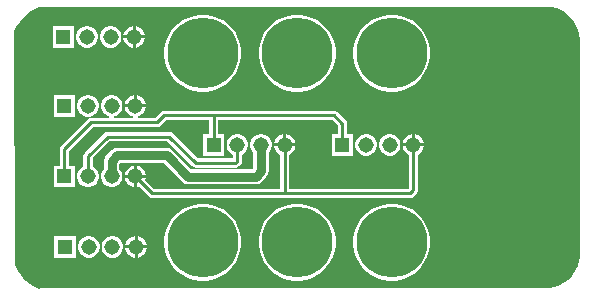
<source format=gbr>
G04*
G04 #@! TF.GenerationSoftware,Altium Limited,Altium Designer,23.0.1 (38)*
G04*
G04 Layer_Physical_Order=2*
G04 Layer_Color=16711680*
%FSLAX25Y25*%
%MOIN*%
G70*
G04*
G04 #@! TF.SameCoordinates,383C52D0-4EDD-4C0E-AA1A-A67FCF8BFF30*
G04*
G04*
G04 #@! TF.FilePolarity,Positive*
G04*
G01*
G75*
%ADD21C,0.03000*%
%ADD22C,0.01000*%
%ADD23R,0.05150X0.05150*%
%ADD24C,0.05150*%
%ADD25C,0.23622*%
G36*
X439634Y212797D02*
X441079Y212409D01*
X442462Y211837D01*
X443758Y211088D01*
X444946Y210177D01*
X446004Y209119D01*
X446915Y207931D01*
X447663Y206635D01*
X448236Y205253D01*
X448624Y203807D01*
X448819Y202323D01*
Y201575D01*
X448819Y129134D01*
X448666Y128216D01*
X448080Y126450D01*
X447229Y124796D01*
X446133Y123293D01*
X444817Y121978D01*
X443314Y120881D01*
X441660Y120030D01*
X439894Y119444D01*
X438976Y119291D01*
X438976Y119291D01*
X438976Y119291D01*
X268898D01*
X268504Y118898D01*
X267842Y119167D01*
X266577Y119836D01*
X265385Y120628D01*
X264278Y121534D01*
X263266Y122545D01*
X262360Y123653D01*
X261569Y124845D01*
X260900Y126109D01*
X260630Y126772D01*
Y128740D01*
X260236Y204724D01*
X260533Y205412D01*
X261255Y206725D01*
X262097Y207964D01*
X263051Y209118D01*
X264110Y210177D01*
X265265Y211132D01*
X266504Y211973D01*
X267816Y212695D01*
X268504Y212992D01*
X268504Y212992D01*
X438150D01*
X439634Y212797D01*
D02*
G37*
%LPC*%
G36*
X300748Y206504D02*
Y203437D01*
X303815D01*
X303579Y204317D01*
X303109Y205132D01*
X302443Y205798D01*
X301628Y206268D01*
X300748Y206504D01*
D02*
G37*
G36*
X299748D02*
X298868Y206268D01*
X298053Y205798D01*
X297388Y205132D01*
X296917Y204317D01*
X296681Y203437D01*
X299748D01*
Y206504D01*
D02*
G37*
G36*
X303815Y202437D02*
X300748D01*
Y199370D01*
X301628Y199606D01*
X302443Y200076D01*
X303109Y200742D01*
X303579Y201557D01*
X303815Y202437D01*
D02*
G37*
G36*
X299748D02*
X296681D01*
X296917Y201557D01*
X297388Y200742D01*
X298053Y200076D01*
X298868Y199606D01*
X299748Y199370D01*
Y202437D01*
D02*
G37*
G36*
X292845Y206512D02*
X291903D01*
X290994Y206268D01*
X290179Y205798D01*
X289513Y205132D01*
X289043Y204317D01*
X288799Y203408D01*
Y202466D01*
X289043Y201557D01*
X289513Y200742D01*
X290179Y200076D01*
X290994Y199606D01*
X291903Y199362D01*
X292845D01*
X293754Y199606D01*
X294569Y200076D01*
X295235Y200742D01*
X295705Y201557D01*
X295949Y202466D01*
Y203408D01*
X295705Y204317D01*
X295235Y205132D01*
X294569Y205798D01*
X293754Y206268D01*
X292845Y206512D01*
D02*
G37*
G36*
X284971D02*
X284029D01*
X283120Y206268D01*
X282305Y205798D01*
X281639Y205132D01*
X281169Y204317D01*
X280925Y203408D01*
Y202466D01*
X281169Y201557D01*
X281639Y200742D01*
X282305Y200076D01*
X283120Y199606D01*
X284029Y199362D01*
X284971D01*
X285880Y199606D01*
X286695Y200076D01*
X287361Y200742D01*
X287831Y201557D01*
X288075Y202466D01*
Y203408D01*
X287831Y204317D01*
X287361Y205132D01*
X286695Y205798D01*
X285880Y206268D01*
X284971Y206512D01*
D02*
G37*
G36*
X280201D02*
X273051D01*
Y199362D01*
X280201D01*
Y206512D01*
D02*
G37*
G36*
X387067Y210248D02*
X385051D01*
X383059Y209933D01*
X381141Y209309D01*
X379345Y208394D01*
X377713Y207209D01*
X376287Y205783D01*
X375102Y204151D01*
X374187Y202355D01*
X373564Y200437D01*
X373248Y198445D01*
Y196429D01*
X373564Y194437D01*
X374187Y192519D01*
X375102Y190723D01*
X376287Y189091D01*
X377713Y187665D01*
X379345Y186480D01*
X381141Y185565D01*
X383059Y184941D01*
X385051Y184626D01*
X387067D01*
X389059Y184941D01*
X390977Y185565D01*
X392774Y186480D01*
X394405Y187665D01*
X395831Y189091D01*
X397016Y190723D01*
X397932Y192519D01*
X398555Y194437D01*
X398870Y196429D01*
Y198445D01*
X398555Y200437D01*
X397932Y202355D01*
X397016Y204151D01*
X395831Y205783D01*
X394405Y207209D01*
X392774Y208394D01*
X390977Y209309D01*
X389059Y209933D01*
X387067Y210248D01*
D02*
G37*
G36*
X355571D02*
X353555D01*
X351563Y209933D01*
X349645Y209309D01*
X347849Y208394D01*
X346217Y207209D01*
X344791Y205783D01*
X343606Y204151D01*
X342691Y202355D01*
X342067Y200437D01*
X341752Y198445D01*
Y196429D01*
X342067Y194437D01*
X342691Y192519D01*
X343606Y190723D01*
X344791Y189091D01*
X346217Y187665D01*
X347849Y186480D01*
X349645Y185565D01*
X351563Y184941D01*
X353555Y184626D01*
X355571D01*
X357563Y184941D01*
X359481Y185565D01*
X361277Y186480D01*
X362909Y187665D01*
X364335Y189091D01*
X365520Y190723D01*
X366435Y192519D01*
X367059Y194437D01*
X367374Y196429D01*
Y198445D01*
X367059Y200437D01*
X366435Y202355D01*
X365520Y204151D01*
X364335Y205783D01*
X362909Y207209D01*
X361277Y208394D01*
X359481Y209309D01*
X357563Y209933D01*
X355571Y210248D01*
D02*
G37*
G36*
X324075D02*
X322059D01*
X320067Y209933D01*
X318149Y209309D01*
X316353Y208394D01*
X314721Y207209D01*
X313295Y205783D01*
X312110Y204151D01*
X311194Y202355D01*
X310571Y200437D01*
X310256Y198445D01*
Y196429D01*
X310571Y194437D01*
X311194Y192519D01*
X312110Y190723D01*
X313295Y189091D01*
X314721Y187665D01*
X316353Y186480D01*
X318149Y185565D01*
X320067Y184941D01*
X322059Y184626D01*
X324075D01*
X326067Y184941D01*
X327985Y185565D01*
X329781Y186480D01*
X331413Y187665D01*
X332839Y189091D01*
X334024Y190723D01*
X334939Y192519D01*
X335562Y194437D01*
X335878Y196429D01*
Y198445D01*
X335562Y200437D01*
X334939Y202355D01*
X334024Y204151D01*
X332839Y205783D01*
X331413Y207209D01*
X329781Y208394D01*
X327985Y209309D01*
X326067Y209933D01*
X324075Y210248D01*
D02*
G37*
G36*
X301126Y183504D02*
Y180437D01*
X304193D01*
X303957Y181317D01*
X303486Y182132D01*
X302821Y182798D01*
X302006Y183268D01*
X301126Y183504D01*
D02*
G37*
G36*
X300126D02*
X299246Y183268D01*
X298431Y182798D01*
X297765Y182132D01*
X297295Y181317D01*
X297059Y180437D01*
X300126D01*
Y183504D01*
D02*
G37*
G36*
X285349Y183512D02*
X284407D01*
X283498Y183268D01*
X282683Y182798D01*
X282017Y182132D01*
X281547Y181317D01*
X281303Y180408D01*
Y179466D01*
X281547Y178557D01*
X282017Y177742D01*
X282683Y177076D01*
X283498Y176606D01*
X284407Y176362D01*
X285349D01*
X286258Y176606D01*
X287073Y177076D01*
X287738Y177742D01*
X288209Y178557D01*
X288453Y179466D01*
Y180408D01*
X288209Y181317D01*
X287738Y182132D01*
X287073Y182798D01*
X286258Y183268D01*
X285349Y183512D01*
D02*
G37*
G36*
X280579D02*
X273429D01*
Y176362D01*
X280579D01*
Y183512D01*
D02*
G37*
G36*
X350874Y170504D02*
Y167437D01*
X353941D01*
X353705Y168317D01*
X353235Y169132D01*
X352569Y169798D01*
X351754Y170268D01*
X350874Y170504D01*
D02*
G37*
G36*
X349874D02*
X348994Y170268D01*
X348179Y169798D01*
X347514Y169132D01*
X347043Y168317D01*
X346807Y167437D01*
X349874D01*
Y170504D01*
D02*
G37*
G36*
X393807Y170496D02*
Y167429D01*
X396874D01*
X396638Y168309D01*
X396168Y169124D01*
X395502Y169790D01*
X394687Y170260D01*
X393807Y170496D01*
D02*
G37*
G36*
X392807D02*
X391927Y170260D01*
X391112Y169790D01*
X390446Y169124D01*
X389976Y168309D01*
X389740Y167429D01*
X392807D01*
Y170496D01*
D02*
G37*
G36*
X385904Y170504D02*
X384962D01*
X384053Y170260D01*
X383238Y169790D01*
X382573Y169124D01*
X382102Y168309D01*
X381858Y167400D01*
Y166458D01*
X382102Y165549D01*
X382573Y164734D01*
X383238Y164069D01*
X384053Y163598D01*
X384962Y163354D01*
X385904D01*
X386813Y163598D01*
X387628Y164069D01*
X388294Y164734D01*
X388764Y165549D01*
X389008Y166458D01*
Y167400D01*
X388764Y168309D01*
X388294Y169124D01*
X387628Y169790D01*
X386813Y170260D01*
X385904Y170504D01*
D02*
G37*
G36*
X378030D02*
X377088D01*
X376179Y170260D01*
X375364Y169790D01*
X374698Y169124D01*
X374228Y168309D01*
X373984Y167400D01*
Y166458D01*
X374228Y165549D01*
X374698Y164734D01*
X375364Y164069D01*
X376179Y163598D01*
X377088Y163354D01*
X378030D01*
X378939Y163598D01*
X379754Y164069D01*
X380420Y164734D01*
X380890Y165549D01*
X381134Y166458D01*
Y167400D01*
X380890Y168309D01*
X380420Y169124D01*
X379754Y169790D01*
X378939Y170260D01*
X378030Y170504D01*
D02*
G37*
G36*
X293223Y183512D02*
X292281D01*
X291372Y183268D01*
X290557Y182798D01*
X289891Y182132D01*
X289421Y181317D01*
X289177Y180408D01*
Y179466D01*
X289421Y178557D01*
X289891Y177742D01*
X290557Y177076D01*
X291372Y176606D01*
X291995Y176439D01*
X291930Y175939D01*
X285827D01*
X285242Y175822D01*
X284745Y175491D01*
X275922Y166668D01*
X275591Y166172D01*
X275475Y165587D01*
Y160012D01*
X273429D01*
Y152862D01*
X280579D01*
Y160012D01*
X278533D01*
Y164953D01*
X286460Y172880D01*
X307874D01*
X308459Y172996D01*
X308956Y173328D01*
X310870Y175242D01*
X325223D01*
Y170512D01*
X323177D01*
Y163362D01*
X330327D01*
Y170512D01*
X328281D01*
Y175242D01*
X366296D01*
X368156Y173382D01*
Y170504D01*
X366110D01*
Y163354D01*
X373260D01*
Y170504D01*
X371214D01*
Y174016D01*
X371098Y174601D01*
X370766Y175097D01*
X368011Y177853D01*
X367514Y178185D01*
X366929Y178301D01*
X310236D01*
X309651Y178185D01*
X309155Y177853D01*
X307241Y175939D01*
X301448D01*
X301383Y176439D01*
X302006Y176606D01*
X302821Y177076D01*
X303486Y177742D01*
X303957Y178557D01*
X304193Y179437D01*
X297059D01*
X297295Y178557D01*
X297765Y177742D01*
X298431Y177076D01*
X299246Y176606D01*
X299869Y176439D01*
X299803Y175939D01*
X293575D01*
X293509Y176439D01*
X294132Y176606D01*
X294947Y177076D01*
X295613Y177742D01*
X296083Y178557D01*
X296327Y179466D01*
Y180408D01*
X296083Y181317D01*
X295613Y182132D01*
X294947Y182798D01*
X294132Y183268D01*
X293223Y183512D01*
D02*
G37*
G36*
X311945Y171214D02*
X291372D01*
X290787Y171098D01*
X290291Y170766D01*
X283797Y164272D01*
X283465Y163776D01*
X283349Y163191D01*
Y159682D01*
X282683Y159298D01*
X282017Y158632D01*
X281547Y157817D01*
X281303Y156908D01*
Y155966D01*
X281547Y155057D01*
X282017Y154242D01*
X282683Y153576D01*
X283498Y153106D01*
X284407Y152862D01*
X285349D01*
X286258Y153106D01*
X287073Y153576D01*
X287738Y154242D01*
X288209Y155057D01*
X288453Y155966D01*
Y156908D01*
X288209Y157817D01*
X287738Y158632D01*
X287073Y159298D01*
X286407Y159682D01*
Y162557D01*
X292006Y168156D01*
X311312D01*
X319661Y159806D01*
X320158Y159474D01*
X320743Y159358D01*
X334040D01*
X334626Y159474D01*
X335122Y159806D01*
X335707Y160391D01*
X336039Y160888D01*
X336155Y161473D01*
Y163692D01*
X336821Y164076D01*
X337487Y164742D01*
X337957Y165557D01*
X338201Y166466D01*
Y167408D01*
X337957Y168317D01*
X337487Y169132D01*
X336821Y169798D01*
X336006Y170268D01*
X335097Y170512D01*
X334155D01*
X333246Y170268D01*
X332431Y169798D01*
X331765Y169132D01*
X331295Y168317D01*
X331051Y167408D01*
Y166466D01*
X331295Y165557D01*
X331765Y164742D01*
X332431Y164076D01*
X333097Y163692D01*
Y162417D01*
X321376D01*
X313026Y170766D01*
X312530Y171098D01*
X311945Y171214D01*
D02*
G37*
G36*
X342971Y170512D02*
X342029D01*
X341120Y170268D01*
X340305Y169798D01*
X339639Y169132D01*
X339169Y168317D01*
X338925Y167408D01*
Y166466D01*
X339169Y165557D01*
X339639Y164742D01*
X339951Y164430D01*
Y159128D01*
X339671Y158848D01*
X319298D01*
X312952Y165194D01*
X312125Y165747D01*
X311150Y165941D01*
X294509D01*
X293534Y165747D01*
X292707Y165194D01*
X290950Y163437D01*
X290397Y162610D01*
X290203Y161634D01*
Y158944D01*
X289891Y158632D01*
X289421Y157817D01*
X289177Y156908D01*
Y155966D01*
X289421Y155057D01*
X289891Y154242D01*
X290557Y153576D01*
X291372Y153106D01*
X292281Y152862D01*
X293223D01*
X294132Y153106D01*
X294947Y153576D01*
X295613Y154242D01*
X296083Y155057D01*
X296327Y155966D01*
Y156908D01*
X296083Y157817D01*
X295613Y158632D01*
X295301Y158944D01*
Y160579D01*
X295565Y160843D01*
X310094D01*
X316440Y154497D01*
X317267Y153944D01*
X318242Y153750D01*
X340726D01*
X341702Y153944D01*
X342529Y154497D01*
X344302Y156270D01*
X344855Y157097D01*
X345049Y158073D01*
Y164430D01*
X345361Y164742D01*
X345831Y165557D01*
X346075Y166466D01*
Y167408D01*
X345831Y168317D01*
X345361Y169132D01*
X344695Y169798D01*
X343880Y170268D01*
X342971Y170512D01*
D02*
G37*
G36*
X301126Y160004D02*
Y156937D01*
X304193D01*
X303957Y157817D01*
X303486Y158632D01*
X302821Y159298D01*
X302006Y159768D01*
X301126Y160004D01*
D02*
G37*
G36*
X300126D02*
X299246Y159768D01*
X298431Y159298D01*
X297765Y158632D01*
X297295Y157817D01*
X297059Y156937D01*
X300126D01*
Y160004D01*
D02*
G37*
G36*
Y155937D02*
X297059D01*
X297295Y155057D01*
X297765Y154242D01*
X298431Y153576D01*
X299246Y153106D01*
X300126Y152870D01*
Y155937D01*
D02*
G37*
G36*
X353941Y166437D02*
X346807D01*
X347043Y165557D01*
X347514Y164742D01*
X348179Y164076D01*
X348845Y163692D01*
Y152317D01*
X306909D01*
X304002Y155224D01*
X304193Y155937D01*
X301126D01*
Y152870D01*
X301839Y153061D01*
X305194Y149706D01*
X305690Y149374D01*
X306276Y149258D01*
X392126D01*
X392711Y149374D01*
X393207Y149706D01*
X394389Y150887D01*
X394720Y151383D01*
X394836Y151969D01*
Y163684D01*
X395502Y164069D01*
X396168Y164734D01*
X396638Y165549D01*
X396874Y166429D01*
X389740D01*
X389976Y165549D01*
X390446Y164734D01*
X391112Y164069D01*
X391778Y163684D01*
Y152602D01*
X391493Y152317D01*
X351903D01*
Y163692D01*
X352569Y164076D01*
X353235Y164742D01*
X353705Y165557D01*
X353941Y166437D01*
D02*
G37*
G36*
X301374Y136504D02*
Y133437D01*
X304441D01*
X304205Y134317D01*
X303735Y135132D01*
X303069Y135798D01*
X302254Y136268D01*
X301374Y136504D01*
D02*
G37*
G36*
X300374D02*
X299494Y136268D01*
X298679Y135798D01*
X298013Y135132D01*
X297543Y134317D01*
X297307Y133437D01*
X300374D01*
Y136504D01*
D02*
G37*
G36*
X304441Y132437D02*
X301374D01*
Y129370D01*
X302254Y129606D01*
X303069Y130076D01*
X303735Y130742D01*
X304205Y131557D01*
X304441Y132437D01*
D02*
G37*
G36*
X300374D02*
X297307D01*
X297543Y131557D01*
X298013Y130742D01*
X298679Y130076D01*
X299494Y129606D01*
X300374Y129370D01*
Y132437D01*
D02*
G37*
G36*
X293471Y136512D02*
X292529D01*
X291620Y136268D01*
X290805Y135798D01*
X290139Y135132D01*
X289669Y134317D01*
X289425Y133408D01*
Y132466D01*
X289669Y131557D01*
X290139Y130742D01*
X290805Y130076D01*
X291620Y129606D01*
X292529Y129362D01*
X293471D01*
X294380Y129606D01*
X295195Y130076D01*
X295861Y130742D01*
X296331Y131557D01*
X296575Y132466D01*
Y133408D01*
X296331Y134317D01*
X295861Y135132D01*
X295195Y135798D01*
X294380Y136268D01*
X293471Y136512D01*
D02*
G37*
G36*
X285597D02*
X284655D01*
X283746Y136268D01*
X282931Y135798D01*
X282265Y135132D01*
X281795Y134317D01*
X281551Y133408D01*
Y132466D01*
X281795Y131557D01*
X282265Y130742D01*
X282931Y130076D01*
X283746Y129606D01*
X284655Y129362D01*
X285597D01*
X286506Y129606D01*
X287321Y130076D01*
X287986Y130742D01*
X288457Y131557D01*
X288701Y132466D01*
Y133408D01*
X288457Y134317D01*
X287986Y135132D01*
X287321Y135798D01*
X286506Y136268D01*
X285597Y136512D01*
D02*
G37*
G36*
X280827D02*
X273677D01*
Y129362D01*
X280827D01*
Y136512D01*
D02*
G37*
G36*
X387067Y147256D02*
X385051D01*
X383059Y146940D01*
X381141Y146317D01*
X379345Y145402D01*
X377713Y144217D01*
X376287Y142791D01*
X375102Y141159D01*
X374187Y139363D01*
X373564Y137445D01*
X373248Y135453D01*
Y133437D01*
X373564Y131445D01*
X374187Y129527D01*
X375102Y127730D01*
X376287Y126099D01*
X377713Y124673D01*
X379345Y123488D01*
X381141Y122572D01*
X383059Y121949D01*
X385051Y121634D01*
X387067D01*
X389059Y121949D01*
X390977Y122572D01*
X392774Y123488D01*
X394405Y124673D01*
X395831Y126099D01*
X397016Y127730D01*
X397932Y129527D01*
X398555Y131445D01*
X398870Y133437D01*
Y135453D01*
X398555Y137445D01*
X397932Y139363D01*
X397016Y141159D01*
X395831Y142791D01*
X394405Y144217D01*
X392774Y145402D01*
X390977Y146317D01*
X389059Y146940D01*
X387067Y147256D01*
D02*
G37*
G36*
X355571D02*
X353555D01*
X351563Y146940D01*
X349645Y146317D01*
X347849Y145402D01*
X346217Y144217D01*
X344791Y142791D01*
X343606Y141159D01*
X342691Y139363D01*
X342067Y137445D01*
X341752Y135453D01*
Y133437D01*
X342067Y131445D01*
X342691Y129527D01*
X343606Y127730D01*
X344791Y126099D01*
X346217Y124673D01*
X347849Y123488D01*
X349645Y122572D01*
X351563Y121949D01*
X353555Y121634D01*
X355571D01*
X357563Y121949D01*
X359481Y122572D01*
X361277Y123488D01*
X362909Y124673D01*
X364335Y126099D01*
X365520Y127730D01*
X366435Y129527D01*
X367059Y131445D01*
X367374Y133437D01*
Y135453D01*
X367059Y137445D01*
X366435Y139363D01*
X365520Y141159D01*
X364335Y142791D01*
X362909Y144217D01*
X361277Y145402D01*
X359481Y146317D01*
X357563Y146940D01*
X355571Y147256D01*
D02*
G37*
G36*
X324075D02*
X322059D01*
X320067Y146940D01*
X318149Y146317D01*
X316353Y145402D01*
X314721Y144217D01*
X313295Y142791D01*
X312110Y141159D01*
X311194Y139363D01*
X310571Y137445D01*
X310256Y135453D01*
Y133437D01*
X310571Y131445D01*
X311194Y129527D01*
X312110Y127730D01*
X313295Y126099D01*
X314721Y124673D01*
X316353Y123488D01*
X318149Y122572D01*
X320067Y121949D01*
X322059Y121634D01*
X324075D01*
X326067Y121949D01*
X327985Y122572D01*
X329781Y123488D01*
X331413Y124673D01*
X332839Y126099D01*
X334024Y127730D01*
X334939Y129527D01*
X335562Y131445D01*
X335878Y133437D01*
Y135453D01*
X335562Y137445D01*
X334939Y139363D01*
X334024Y141159D01*
X332839Y142791D01*
X331413Y144217D01*
X329781Y145402D01*
X327985Y146317D01*
X326067Y146940D01*
X324075Y147256D01*
D02*
G37*
%LPD*%
D21*
X292752Y161634D02*
X294509Y163392D01*
X311150D02*
X318242Y156299D01*
X292752Y156437D02*
Y161634D01*
X294509Y163392D02*
X311150D01*
X318242Y156299D02*
X340726D01*
X342500Y158073D02*
Y166937D01*
X340726Y156299D02*
X342500Y158073D01*
D22*
X284878Y156437D02*
Y163191D01*
X291372Y169685D02*
X311945D01*
X320743Y160887D01*
X284878Y163191D02*
X291372Y169685D01*
X320743Y160887D02*
X334040D01*
X334626Y161473D02*
Y166937D01*
X334040Y160887D02*
X334626Y161473D01*
X307874Y174409D02*
X310236Y176772D01*
X277004Y165587D02*
X285827Y174409D01*
X307874D01*
X277004Y156437D02*
Y165587D01*
X326752Y176752D02*
X326772Y176772D01*
X310236D02*
X326772D01*
X369685Y166929D02*
Y174016D01*
X326772Y176772D02*
X366929D01*
X369685Y174016D01*
X326752Y166937D02*
Y176752D01*
X350394Y150787D02*
X392126D01*
X306276D02*
X350394D01*
X350374Y150807D02*
Y166937D01*
Y150807D02*
X350394Y150787D01*
X393307Y151969D02*
Y166929D01*
X392126Y150787D02*
X393307Y151969D01*
X300626Y156437D02*
X306276Y150787D01*
D23*
X369685Y166929D02*
D03*
X326752Y166937D02*
D03*
X276626Y202937D02*
D03*
X277004Y179937D02*
D03*
Y156437D02*
D03*
X277252Y132937D02*
D03*
D24*
X377559Y166929D02*
D03*
X385433D02*
D03*
X393307D02*
D03*
X350374Y166937D02*
D03*
X342500D02*
D03*
X334626D02*
D03*
X300248Y202937D02*
D03*
X292374D02*
D03*
X284500D02*
D03*
X284878Y179937D02*
D03*
X292752D02*
D03*
X300626D02*
D03*
X284878Y156437D02*
D03*
X292752D02*
D03*
X300626D02*
D03*
X300874Y132937D02*
D03*
X293000D02*
D03*
X285126D02*
D03*
D25*
X354563Y197437D02*
D03*
X386059D02*
D03*
X323067D02*
D03*
Y134445D02*
D03*
X354563D02*
D03*
X386059D02*
D03*
M02*

</source>
